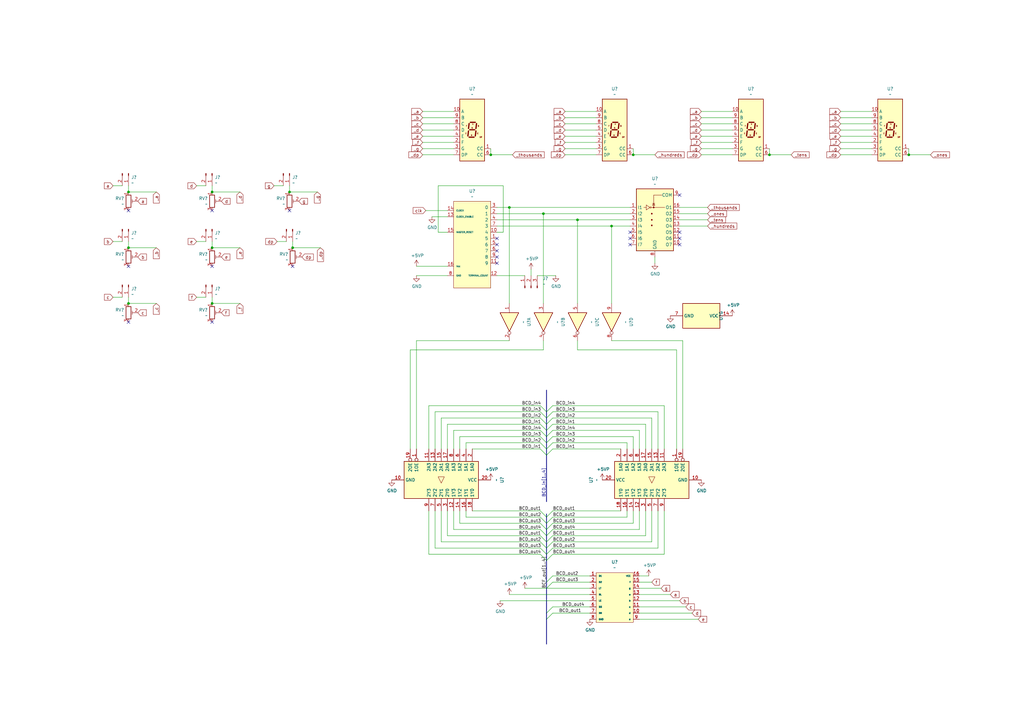
<source format=kicad_sch>
(kicad_sch (version 20211123) (generator eeschema)
  (paper "A3")
  (lib_symbols
    (symbol "7-segment-display-rescue:R_POT_TRIM-Device" (pin_names (offset 1.016) hide)
      (property "Reference" "RV" (at -4.445 0 90))
      (property "Value" "R_POT_TRIM-Device" (at -2.54 0 90))
      (symbol "R_POT_TRIM-Device_0_1"
        (polyline (pts (xy 1.524 0.762) (xy 1.524 -0.762)))
        (polyline (pts (xy 2.54 0) (xy 1.524 0)))
        (rectangle (start 1.016 2.54) (end -1.016 -2.54) (stroke (width 0.254)))
      )
      (symbol "R_POT_TRIM-Device_1_1"
        (pin passive line (at 0 3.81 270) (length 1.27) (name "1") (number "1"))
        (pin passive line (at 3.81 0 180) (length 1.27) (name "2") (number "2"))
        (pin passive line (at 0 -3.81 90) (length 1.27) (name "3") (number "3"))
      )
    )
    (symbol "74xx:74HC04"
      (property "Reference" "U" (at 0 1.27 0))
      (property "Value" "74HC04" (at 0 -1.27 0))
      (symbol "74HC04_1_0"
        (polyline (pts (xy -3.81 3.81) (xy -3.81 -3.81) (xy 3.81 0) (xy -3.81 3.81)) (stroke (width 0.254)) (fill (type background)))
        (pin input line (at -7.62 0 0) (length 3.81) (name "~") (number "1"))
        (pin output inverted (at 7.62 0 180) (length 3.81) (name "~") (number "2"))
      )
      (symbol "74HC04_2_0"
        (polyline (pts (xy -3.81 3.81) (xy -3.81 -3.81) (xy 3.81 0) (xy -3.81 3.81)) (stroke (width 0.254)) (fill (type background)))
        (pin input line (at -7.62 0 0) (length 3.81) (name "~") (number "3"))
        (pin output inverted (at 7.62 0 180) (length 3.81) (name "~") (number "4"))
      )
      (symbol "74HC04_3_0"
        (polyline (pts (xy -3.81 3.81) (xy -3.81 -3.81) (xy 3.81 0) (xy -3.81 3.81)) (stroke (width 0.254)) (fill (type background)))
        (pin input line (at -7.62 0 0) (length 3.81) (name "~") (number "5"))
        (pin output inverted (at 7.62 0 180) (length 3.81) (name "~") (number "6"))
      )
      (symbol "74HC04_4_0"
        (polyline (pts (xy -3.81 3.81) (xy -3.81 -3.81) (xy 3.81 0) (xy -3.81 3.81)) (stroke (width 0.254)) (fill (type background)))
        (pin output inverted (at 7.62 0 180) (length 3.81) (name "~") (number "8"))
        (pin input line (at -7.62 0 0) (length 3.81) (name "~") (number "9"))
      )
      (symbol "74HC04_5_0"
        (polyline (pts (xy -3.81 3.81) (xy -3.81 -3.81) (xy 3.81 0) (xy -3.81 3.81)) (stroke (width 0.254)) (fill (type background)))
        (pin output inverted (at 7.62 0 180) (length 3.81) (name "~") (number "10"))
        (pin input line (at -7.62 0 0) (length 3.81) (name "~") (number "11"))
      )
      (symbol "74HC04_6_0"
        (polyline (pts (xy -3.81 3.81) (xy -3.81 -3.81) (xy 3.81 0) (xy -3.81 3.81)) (stroke (width 0.254)) (fill (type background)))
        (pin output inverted (at 7.62 0 180) (length 3.81) (name "~") (number "12"))
        (pin input line (at -7.62 0 0) (length 3.81) (name "~") (number "13"))
      )
      (symbol "74HC04_7_0"
        (pin power_in line (at 0 12.7 270) (length 5.08) (name "VCC") (number "14"))
        (pin power_in line (at 0 -12.7 90) (length 5.08) (name "GND") (number "7"))
      )
      (symbol "74HC04_7_1"
        (rectangle (start -5.08 7.62) (end 5.08 -7.62) (stroke (width 0.254)) (fill (type background)))
      )
    )
    (symbol "74xx:74HCT244"
      (property "Reference" "U" (at -7.62 16.51 0))
      (property "Value" "74HCT244" (at -7.62 -16.51 0))
      (symbol "74HCT244_1_0"
        (polyline (pts (xy 1.27 0) (xy -1.27 1.27) (xy -1.27 -1.27) (xy 1.27 0)) (stroke (width 0.1524)))
        (pin input inverted (at -12.7 -10.16 0) (length 5.08) (name "1OE") (number "1"))
        (pin power_in line (at 0 -20.32 90) (length 5.08) (name "GND") (number "10"))
        (pin input line (at -12.7 -5.08 0) (length 5.08) (name "2A3") (number "11"))
        (pin tri_state line (at 12.7 5.08 180) (length 5.08) (name "1Y3") (number "12"))
        (pin input line (at -12.7 -2.54 0) (length 5.08) (name "2A2") (number "13"))
        (pin tri_state line (at 12.7 7.62 180) (length 5.08) (name "1Y2") (number "14"))
        (pin input line (at -12.7 0 0) (length 5.08) (name "2A1") (number "15"))
        (pin tri_state line (at 12.7 10.16 180) (length 5.08) (name "1Y1") (number "16"))
        (pin input line (at -12.7 2.54 0) (length 5.08) (name "2A0") (number "17"))
        (pin tri_state line (at 12.7 12.7 180) (length 5.08) (name "1Y0") (number "18"))
        (pin input inverted (at -12.7 -12.7 0) (length 5.08) (name "2OE") (number "19"))
        (pin input line (at -12.7 12.7 0) (length 5.08) (name "1A0") (number "2"))
        (pin power_in line (at 0 20.32 270) (length 5.08) (name "VCC") (number "20"))
        (pin tri_state line (at 12.7 2.54 180) (length 5.08) (name "2Y0") (number "3"))
        (pin input line (at -12.7 10.16 0) (length 5.08) (name "1A1") (number "4"))
        (pin tri_state line (at 12.7 0 180) (length 5.08) (name "2Y1") (number "5"))
        (pin input line (at -12.7 7.62 0) (length 5.08) (name "1A2") (number "6"))
        (pin tri_state line (at 12.7 -2.54 180) (length 5.08) (name "2Y2") (number "7"))
        (pin input line (at -12.7 5.08 0) (length 5.08) (name "1A3") (number "8"))
        (pin tri_state line (at 12.7 -5.08 180) (length 5.08) (name "2Y3") (number "9"))
      )
      (symbol "74HCT244_1_1"
        (rectangle (start -7.62 15.24) (end 7.62 -15.24) (stroke (width 0.254)) (fill (type background)))
      )
    )
    (symbol "Connector:Conn_01x02_Male" (pin_names (offset 1.016) hide)
      (property "Reference" "J" (at 0 2.54 0))
      (property "Value" "Conn_01x02_Male" (at 0 -5.08 0))
      (symbol "Conn_01x02_Male_1_1"
        (polyline (pts (xy 1.27 -2.54) (xy 0.8636 -2.54)) (stroke (width 0.1524)))
        (polyline (pts (xy 1.27 0) (xy 0.8636 0)) (stroke (width 0.1524)))
        (rectangle (start 0.8636 -2.413) (end 0 -2.667) (stroke (width 0.1524)) (fill (type outline)))
        (rectangle (start 0.8636 0.127) (end 0 -0.127) (stroke (width 0.1524)) (fill (type outline)))
        (pin passive line (at 5.08 0 180) (length 3.81) (name "Pin_1") (number "1"))
        (pin passive line (at 5.08 -2.54 180) (length 3.81) (name "Pin_2") (number "2"))
      )
    )
    (symbol "Connector:Conn_01x03_Male" (pin_names (offset 1.016) hide)
      (property "Reference" "J" (at 0 5.08 0))
      (property "Value" "Conn_01x03_Male" (at 0 -5.08 0))
      (symbol "Conn_01x03_Male_1_1"
        (polyline (pts (xy 1.27 -2.54) (xy 0.8636 -2.54)) (stroke (width 0.1524)))
        (polyline (pts (xy 1.27 0) (xy 0.8636 0)) (stroke (width 0.1524)))
        (polyline (pts (xy 1.27 2.54) (xy 0.8636 2.54)) (stroke (width 0.1524)))
        (rectangle (start 0.8636 -2.413) (end 0 -2.667) (stroke (width 0.1524)) (fill (type outline)))
        (rectangle (start 0.8636 0.127) (end 0 -0.127) (stroke (width 0.1524)) (fill (type outline)))
        (rectangle (start 0.8636 2.667) (end 0 2.413) (stroke (width 0.1524)) (fill (type outline)))
        (pin passive line (at 5.08 2.54 180) (length 3.81) (name "Pin_1") (number "1"))
        (pin passive line (at 5.08 0 180) (length 3.81) (name "Pin_2") (number "2"))
        (pin passive line (at 5.08 -2.54 180) (length 3.81) (name "Pin_3") (number "3"))
      )
    )
    (symbol "Display_Character:HDSP-7503"
      (property "Reference" "U" (at -3.81 13.97 0))
      (property "Value" "HDSP-7503" (at 6.35 13.97 0))
      (symbol "HDSP-7503_1_0"
        (text "A" (at 0.254 2.413 0) (effects (font (size 0.508 0.508))))
        (text "B" (at 2.54 1.651 0) (effects (font (size 0.508 0.508))))
        (text "C" (at 2.286 -1.397 0) (effects (font (size 0.508 0.508))))
        (text "D" (at -0.254 -2.159 0) (effects (font (size 0.508 0.508))))
        (text "DP" (at 3.556 -2.921 0) (effects (font (size 0.508 0.508))))
        (text "E" (at -2.54 -1.397 0) (effects (font (size 0.508 0.508))))
        (text "F" (at -2.286 1.651 0) (effects (font (size 0.508 0.508))))
        (text "G" (at 0 0.889 0) (effects (font (size 0.508 0.508))))
      )
      (symbol "HDSP-7503_1_1"
        (rectangle (start -5.08 12.7) (end 5.08 -12.7) (stroke (width 0.254)) (fill (type background)))
        (polyline (pts (xy -1.524 -0.381) (xy -1.778 -2.413)) (stroke (width 0.508)))
        (polyline (pts (xy -1.27 -2.921) (xy 0.762 -2.921)) (stroke (width 0.508)))
        (polyline (pts (xy -1.27 2.667) (xy -1.524 0.635)) (stroke (width 0.508)))
        (polyline (pts (xy -1.016 0.127) (xy 1.016 0.127)) (stroke (width 0.508)))
        (polyline (pts (xy -0.762 3.175) (xy 1.27 3.175)) (stroke (width 0.508)))
        (polyline (pts (xy 1.524 -0.381) (xy 1.27 -2.413)) (stroke (width 0.508)))
        (polyline (pts (xy 1.778 2.667) (xy 1.524 0.635)) (stroke (width 0.508)))
        (polyline (pts (xy 2.54 -2.921) (xy 2.54 -2.921)) (stroke (width 0.508)))
        (pin input line (at 7.62 -7.62 180) (length 2.54) (name "CC") (number "1"))
        (pin input line (at -7.62 7.62 0) (length 2.54) (name "A") (number "10"))
        (pin input line (at -7.62 -5.08 0) (length 2.54) (name "F") (number "2"))
        (pin input line (at -7.62 -7.62 0) (length 2.54) (name "G") (number "3"))
        (pin input line (at -7.62 -2.54 0) (length 2.54) (name "E") (number "4"))
        (pin input line (at -7.62 0 0) (length 2.54) (name "D") (number "5"))
        (pin input line (at 7.62 -10.16 180) (length 2.54) (name "CC") (number "6"))
        (pin input line (at -7.62 -10.16 0) (length 2.54) (name "DP") (number "7"))
        (pin input line (at -7.62 2.54 0) (length 2.54) (name "C") (number "8"))
        (pin input line (at -7.62 5.08 0) (length 2.54) (name "B") (number "9"))
      )
    )
    (symbol "Transistor_Array:ULN2003"
      (property "Reference" "U" (at 0 15.875 0))
      (property "Value" "ULN2003" (at 0 13.97 0))
      (symbol "ULN2003_0_1"
        (rectangle (start -7.62 -12.7) (end 7.62 12.7) (stroke (width 0.254)) (fill (type background)))
        (circle (center -1.778 5.08) (radius 0.254))
        (circle (center -1.27 -2.286) (radius 0.254) (fill (type outline)))
        (circle (center -1.27 0) (radius 0.254) (fill (type outline)))
        (circle (center -1.27 2.54) (radius 0.254) (fill (type outline)))
        (circle (center -0.508 5.08) (radius 0.254) (fill (type outline)))
        (polyline (pts (xy -4.572 5.08) (xy -3.556 5.08)))
        (polyline (pts (xy -1.524 5.08) (xy 4.064 5.08)))
        (polyline (pts (xy 0 6.731) (xy -1.016 6.731)))
        (polyline (pts (xy -0.508 5.08) (xy -0.508 10.16) (xy 2.921 10.16)))
        (polyline (pts (xy -3.556 6.096) (xy -3.556 4.064) (xy -2.032 5.08) (xy -3.556 6.096)))
        (polyline (pts (xy 0 5.969) (xy -1.016 5.969) (xy -0.508 6.731) (xy 0 5.969)))
      )
      (symbol "ULN2003_1_1"
        (pin input line (at -10.16 5.08 0) (length 2.54) (name "I1") (number "1"))
        (pin open_collector line (at 10.16 -10.16 180) (length 2.54) (name "O7") (number "10"))
        (pin open_collector line (at 10.16 -7.62 180) (length 2.54) (name "O6") (number "11"))
        (pin open_collector line (at 10.16 -5.08 180) (length 2.54) (name "O5") (number "12"))
        (pin open_collector line (at 10.16 -2.54 180) (length 2.54) (name "O4") (number "13"))
        (pin open_collector line (at 10.16 0 180) (length 2.54) (name "O3") (number "14"))
        (pin open_collector line (at 10.16 2.54 180) (length 2.54) (name "O2") (number "15"))
        (pin open_collector line (at 10.16 5.08 180) (length 2.54) (name "O1") (number "16"))
        (pin input line (at -10.16 2.54 0) (length 2.54) (name "I2") (number "2"))
        (pin input line (at -10.16 0 0) (length 2.54) (name "I3") (number "3"))
        (pin input line (at -10.16 -2.54 0) (length 2.54) (name "I4") (number "4"))
        (pin input line (at -10.16 -5.08 0) (length 2.54) (name "I5") (number "5"))
        (pin input line (at -10.16 -7.62 0) (length 2.54) (name "I6") (number "6"))
        (pin input line (at -10.16 -10.16 0) (length 2.54) (name "I7") (number "7"))
        (pin power_in line (at 0 -15.24 90) (length 2.54) (name "GND") (number "8"))
        (pin passive line (at 10.16 10.16 180) (length 2.54) (name "COM") (number "9"))
      )
    )
    (symbol "knownParts:74HC4017E" (pin_names (offset 1.016))
      (property "Reference" "U" (at 0 -6.35 0))
      (property "Value" "74HC4017E" (at 0 13.97 0))
      (symbol "74HC4017E_0_1"
        (rectangle (start -7.62 10.16) (end 7.62 -25.4) (fill (type background)))
      )
      (symbol "74HC4017E_1_1"
        (pin output line (at 10.16 -5.08 180) (length 2.54) (name "5") (number "1"))
        (pin output line (at 10.16 -2.54 180) (length 2.54) (name "4") (number "10"))
        (pin output line (at 10.16 -15.24 180) (length 2.54) (name "9") (number "11"))
        (pin output line (at 10.16 -20.32 180) (length 2.54) (name "TERMINAL_COUNT") (number "12"))
        (pin input line (at -10.16 3.81 0) (length 2.54) (name "CLOCK_ENABLE") (number "13"))
        (pin input line (at -10.16 6.35 0) (length 2.54) (name "CLOCK") (number "14"))
        (pin input line (at -10.16 -2.54 0) (length 2.54) (name "MASTER_RESET") (number "15"))
        (pin power_in line (at -10.16 -16.51 0) (length 2.54) (name "Vcc") (number "16"))
        (pin output line (at 10.16 5.08 180) (length 2.54) (name "1") (number "2"))
        (pin output line (at 10.16 7.62 180) (length 2.54) (name "0") (number "3"))
        (pin output line (at 10.16 2.54 180) (length 2.54) (name "2") (number "4"))
        (pin output line (at 10.16 -7.62 180) (length 2.54) (name "6") (number "5"))
        (pin output line (at 10.16 -10.16 180) (length 2.54) (name "7") (number "6"))
        (pin output line (at 10.16 0 180) (length 2.54) (name "3") (number "7"))
        (pin power_in line (at -10.16 -20.32 0) (length 2.54) (name "GND") (number "8"))
        (pin output line (at 10.16 -12.7 180) (length 2.54) (name "8") (number "9"))
      )
    )
    (symbol "knownParts:74HC4511E" (pin_names (offset 1.016))
      (property "Reference" "U" (at 0 -1.27 0))
      (property "Value" "74HC4511E" (at 0 12.7 0))
      (symbol "74HC4511E_0_1"
        (rectangle (start -7.62 10.16) (end 7.62 -10.16) (fill (type background)))
      )
      (symbol "74HC4511E_1_1"
        (pin input line (at -10.16 8.89 0) (length 2.54) (name "D1") (number "1"))
        (pin output line (at 10.16 -6.35 180) (length 2.54) (name "d") (number "10"))
        (pin output line (at 10.16 -3.81 180) (length 2.54) (name "c") (number "11"))
        (pin output line (at 10.16 -1.27 180) (length 2.54) (name "b") (number "12"))
        (pin output line (at 10.16 1.27 180) (length 2.54) (name "a") (number "13"))
        (pin output line (at 10.16 3.81 180) (length 2.54) (name "g") (number "14"))
        (pin output line (at 10.16 6.35 180) (length 2.54) (name "f") (number "15"))
        (pin power_in line (at 10.16 8.89 180) (length 2.54) (name "VCC") (number "16"))
        (pin input line (at -10.16 6.35 0) (length 2.54) (name "D2") (number "2"))
        (pin input line (at -10.16 3.81 0) (length 2.54) (name "LT") (number "3"))
        (pin input line (at -10.16 1.27 0) (length 2.54) (name "BL") (number "4"))
        (pin input line (at -10.16 -1.27 0) (length 2.54) (name "LE") (number "5"))
        (pin input line (at -10.16 -3.81 0) (length 2.54) (name "D3") (number "6"))
        (pin input line (at -10.16 -6.35 0) (length 2.54) (name "D0") (number "7"))
        (pin power_in line (at -10.16 -8.89 0) (length 2.54) (name "GND") (number "8"))
        (pin output line (at 10.16 -8.89 180) (length 2.54) (name "e") (number "9"))
      )
    )
    (symbol "power:+5VP" (power) (pin_names (offset 0))
      (property "Value" "+5VP" (at 0 3.556 0))
      (symbol "+5VP_0_1"
        (polyline (pts (xy -0.762 1.27) (xy 0 2.54)))
        (polyline (pts (xy 0 0) (xy 0 2.54)))
        (polyline (pts (xy 0 2.54) (xy 0.762 1.27)))
      )
      (symbol "+5VP_1_1"
        (pin power_in line (at 0 0 90) (length 0) hide (name "+5VP") (number "1"))
      )
    )
    (symbol "power:GND" (power) (pin_names (offset 0))
      (property "Value" "GND" (at 0 -3.81 0))
      (symbol "GND_0_1"
        (polyline (pts (xy 0 0) (xy 0 -1.27) (xy 1.27 -1.27) (xy 0 -2.54) (xy -1.27 -1.27) (xy 0 -1.27)))
      )
      (symbol "GND_1_1"
        (pin power_in line (at 0 0 270) (length 0) hide (name "GND") (number "1"))
      )
    )
  )
  (junction (at 222.885 87.63))
  (junction (at 86.995 124.46))
  (junction (at 201.295 63.5))
  (junction (at 120.015 101.6))
  (junction (at 315.595 63.5))
  (junction (at 236.855 90.17))
  (junction (at 372.745 63.5))
  (junction (at 52.705 78.74))
  (junction (at 86.995 101.6))
  (junction (at 52.705 124.46))
  (junction (at 250.825 92.71))
  (junction (at 118.745 78.74))
  (junction (at 208.915 85.09))
  (junction (at 52.705 101.6))
  (junction (at 86.995 78.74))
  (junction (at 259.715 63.5))
  (no_connect (at 52.705 86.36))
  (no_connect (at 203.835 102.87))
  (no_connect (at 258.445 95.25))
  (no_connect (at 278.765 95.25))
  (no_connect (at 52.705 109.22))
  (no_connect (at 118.745 86.36))
  (no_connect (at 258.445 97.79))
  (no_connect (at 120.015 109.22))
  (no_connect (at 52.705 132.08))
  (no_connect (at 203.835 100.33))
  (no_connect (at 278.765 97.79))
  (no_connect (at 278.765 80.01))
  (no_connect (at 258.445 100.33))
  (no_connect (at 203.835 105.41))
  (no_connect (at 203.835 97.79))
  (no_connect (at 86.995 132.08))
  (no_connect (at 278.765 100.33))
  (no_connect (at 86.995 109.22))
  (no_connect (at 86.995 86.36))
  (no_connect (at 203.835 107.95))
  (bus_entry (at 226.695 179.07) (size -2.54 2.54))
  (bus_entry (at 226.695 173.99) (size -2.54 2.54))
  (bus_entry (at 221.615 219.71) (size 2.54 2.54))
  (bus_entry (at 226.695 176.53) (size -2.54 2.54))
  (bus_entry (at 221.615 212.09) (size 2.54 2.54))
  (bus_entry (at 221.615 181.61) (size 2.54 2.54))
  (bus_entry (at 226.695 171.45) (size -2.54 2.54))
  (bus_entry (at 221.615 166.37) (size 2.54 2.54))
  (bus_entry (at 221.615 209.55) (size 2.54 2.54))
  (bus_entry (at 226.695 224.79) (size -2.54 2.54))
  (bus_entry (at 226.695 248.92) (size -2.54 2.54))
  (bus_entry (at 226.695 219.71) (size -2.54 2.54))
  (bus_entry (at 221.615 184.15) (size 2.54 2.54))
  (bus_entry (at 226.695 168.91) (size -2.54 2.54))
  (bus_entry (at 221.615 176.53) (size 2.54 2.54))
  (bus_entry (at 226.695 222.25) (size -2.54 2.54))
  (bus_entry (at 221.615 173.99) (size 2.54 2.54))
  (bus_entry (at 221.615 179.07) (size 2.54 2.54))
  (bus_entry (at 226.695 166.37) (size -2.54 2.54))
  (bus_entry (at 226.695 184.15) (size -2.54 2.54))
  (bus_entry (at 226.695 238.76) (size -2.54 2.54))
  (bus_entry (at 221.615 227.33) (size 2.54 2.54))
  (bus_entry (at 221.615 217.17) (size 2.54 2.54))
  (bus_entry (at 226.695 251.46) (size -2.54 2.54))
  (bus_entry (at 226.695 209.55) (size -2.54 2.54))
  (bus_entry (at 226.695 212.09) (size -2.54 2.54))
  (bus_entry (at 226.695 236.22) (size -2.54 2.54))
  (bus_entry (at 221.615 214.63) (size 2.54 2.54))
  (bus_entry (at 221.615 224.79) (size 2.54 2.54))
  (bus_entry (at 226.695 214.63) (size -2.54 2.54))
  (bus_entry (at 221.615 168.91) (size 2.54 2.54))
  (bus_entry (at 226.695 217.17) (size -2.54 2.54))
  (bus_entry (at 226.695 181.61) (size -2.54 2.54))
  (bus_entry (at 221.615 222.25) (size 2.54 2.54))
  (bus_entry (at 221.615 171.45) (size 2.54 2.54))
  (bus_entry (at 226.695 227.33) (size -2.54 2.54))
  (wire (pts (xy 250.825 124.46) (xy 250.825 92.71)))
  (wire (pts (xy 120.015 101.6) (xy 120.015 99.06)))
  (wire (pts (xy 231.775 55.88) (xy 244.475 55.88)))
  (wire (pts (xy 52.705 101.6) (xy 52.705 99.06)))
  (wire (pts (xy 188.595 179.07) (xy 221.615 179.07)))
  (wire (pts (xy 290.195 87.63) (xy 278.765 87.63)))
  (wire (pts (xy 177.165 88.9) (xy 183.515 88.9)))
  (wire (pts (xy 315.595 60.96) (xy 315.595 63.5)))
  (wire (pts (xy 344.805 55.88) (xy 357.505 55.88)))
  (wire (pts (xy 236.855 90.17) (xy 236.855 124.46)))
  (bus (pts (xy 224.155 241.3) (xy 224.155 251.46)))
  (wire (pts (xy 344.805 60.96) (xy 357.505 60.96)))
  (wire (pts (xy 188.595 209.55) (xy 188.595 214.63)))
  (wire (pts (xy 324.485 63.5) (xy 315.595 63.5)))
  (wire (pts (xy 344.805 53.34) (xy 357.505 53.34)))
  (wire (pts (xy 168.275 143.51) (xy 168.275 184.15)))
  (wire (pts (xy 231.775 53.34) (xy 244.475 53.34)))
  (wire (pts (xy 215.265 241.3) (xy 224.155 241.3)))
  (wire (pts (xy 277.495 143.51) (xy 277.495 184.15)))
  (wire (pts (xy 258.445 92.71) (xy 250.825 92.71)))
  (wire (pts (xy 278.765 90.17) (xy 290.195 90.17)))
  (wire (pts (xy 80.645 121.92) (xy 84.455 121.92)))
  (wire (pts (xy 287.655 60.96) (xy 300.355 60.96)))
  (wire (pts (xy 178.435 184.15) (xy 178.435 168.91)))
  (wire (pts (xy 259.715 60.96) (xy 259.715 63.5)))
  (wire (pts (xy 231.775 58.42) (xy 244.475 58.42)))
  (bus (pts (xy 224.155 160.02) (xy 224.155 168.91)))
  (wire (pts (xy 208.915 85.09) (xy 258.445 85.09)))
  (wire (pts (xy 168.275 143.51) (xy 222.885 143.51)))
  (wire (pts (xy 268.605 107.95) (xy 268.605 105.41)))
  (bus (pts (xy 224.155 219.71) (xy 224.155 222.25)))
  (bus (pts (xy 224.155 186.69) (xy 224.155 205.74)))
  (wire (pts (xy 290.195 92.71) (xy 278.765 92.71)))
  (wire (pts (xy 52.705 78.74) (xy 52.705 76.2)))
  (wire (pts (xy 259.715 209.55) (xy 259.715 214.63)))
  (wire (pts (xy 52.705 78.74) (xy 64.135 78.74)))
  (wire (pts (xy 52.705 101.6) (xy 64.135 101.6)))
  (wire (pts (xy 173.355 53.34) (xy 186.055 53.34)))
  (wire (pts (xy 170.815 109.22) (xy 183.515 109.22)))
  (wire (pts (xy 205.105 246.38) (xy 241.935 246.38)))
  (bus (pts (xy 224.155 176.53) (xy 224.155 179.07)))
  (wire (pts (xy 226.695 179.07) (xy 259.715 179.07)))
  (wire (pts (xy 175.895 227.33) (xy 221.615 227.33)))
  (wire (pts (xy 46.355 76.2) (xy 50.165 76.2)))
  (bus (pts (xy 224.155 184.15) (xy 224.155 186.69)))
  (bus (pts (xy 224.155 222.25) (xy 224.155 224.79)))
  (wire (pts (xy 186.055 217.17) (xy 221.615 217.17)))
  (wire (pts (xy 112.395 76.2) (xy 116.205 76.2)))
  (wire (pts (xy 52.705 124.46) (xy 64.135 124.46)))
  (wire (pts (xy 175.895 209.55) (xy 175.895 227.33)))
  (wire (pts (xy 286.385 254) (xy 262.255 254)))
  (wire (pts (xy 267.335 209.55) (xy 267.335 222.25)))
  (wire (pts (xy 86.995 124.46) (xy 98.425 124.46)))
  (wire (pts (xy 287.655 63.5) (xy 300.355 63.5)))
  (wire (pts (xy 186.055 184.15) (xy 186.055 176.53)))
  (bus (pts (xy 224.155 173.99) (xy 224.155 176.53)))
  (wire (pts (xy 222.885 124.46) (xy 222.885 87.63)))
  (wire (pts (xy 269.875 209.55) (xy 269.875 224.79)))
  (wire (pts (xy 173.355 48.26) (xy 186.055 48.26)))
  (wire (pts (xy 269.875 168.91) (xy 226.695 168.91)))
  (wire (pts (xy 264.795 173.99) (xy 226.695 173.99)))
  (wire (pts (xy 264.795 219.71) (xy 226.695 219.71)))
  (wire (pts (xy 231.775 60.96) (xy 244.475 60.96)))
  (wire (pts (xy 344.805 63.5) (xy 357.505 63.5)))
  (wire (pts (xy 269.875 224.79) (xy 226.695 224.79)))
  (wire (pts (xy 267.335 171.45) (xy 226.695 171.45)))
  (wire (pts (xy 287.655 58.42) (xy 300.355 58.42)))
  (wire (pts (xy 174.625 86.36) (xy 183.515 86.36)))
  (wire (pts (xy 257.175 212.09) (xy 226.695 212.09)))
  (wire (pts (xy 191.135 181.61) (xy 221.615 181.61)))
  (wire (pts (xy 208.915 85.09) (xy 208.915 124.46)))
  (wire (pts (xy 267.335 184.15) (xy 267.335 171.45)))
  (wire (pts (xy 241.935 236.22) (xy 226.695 236.22)))
  (wire (pts (xy 86.995 101.6) (xy 86.995 99.06)))
  (wire (pts (xy 250.825 139.7) (xy 280.035 139.7)))
  (wire (pts (xy 257.175 209.55) (xy 257.175 212.09)))
  (wire (pts (xy 186.055 209.55) (xy 186.055 217.17)))
  (wire (pts (xy 173.355 50.8) (xy 186.055 50.8)))
  (wire (pts (xy 203.835 113.03) (xy 215.265 113.03)))
  (wire (pts (xy 180.975 184.15) (xy 180.975 171.45)))
  (wire (pts (xy 267.335 222.25) (xy 226.695 222.25)))
  (wire (pts (xy 201.295 60.96) (xy 201.295 63.5)))
  (wire (pts (xy 52.705 124.46) (xy 52.705 121.92)))
  (wire (pts (xy 170.815 139.7) (xy 170.815 184.15)))
  (wire (pts (xy 179.705 76.2) (xy 206.375 76.2)))
  (wire (pts (xy 372.745 60.96) (xy 372.745 63.5)))
  (wire (pts (xy 226.695 214.63) (xy 259.715 214.63)))
  (wire (pts (xy 191.135 184.15) (xy 191.135 181.61)))
  (wire (pts (xy 241.935 251.46) (xy 226.695 251.46)))
  (wire (pts (xy 80.645 76.2) (xy 84.455 76.2)))
  (wire (pts (xy 206.375 95.25) (xy 203.835 95.25)))
  (wire (pts (xy 254.635 209.55) (xy 226.695 209.55)))
  (wire (pts (xy 173.355 45.72) (xy 186.055 45.72)))
  (wire (pts (xy 236.855 90.17) (xy 203.835 90.17)))
  (wire (pts (xy 262.255 209.55) (xy 262.255 217.17)))
  (wire (pts (xy 179.705 95.25) (xy 179.705 76.2)))
  (wire (pts (xy 258.445 90.17) (xy 236.855 90.17)))
  (wire (pts (xy 222.885 143.51) (xy 222.885 139.7)))
  (wire (pts (xy 175.895 166.37) (xy 221.615 166.37)))
  (wire (pts (xy 287.655 53.34) (xy 300.355 53.34)))
  (wire (pts (xy 231.775 45.72) (xy 244.475 45.72)))
  (wire (pts (xy 272.415 209.55) (xy 272.415 227.33)))
  (bus (pts (xy 224.155 254) (xy 224.155 264.16)))
  (wire (pts (xy 173.355 55.88) (xy 186.055 55.88)))
  (wire (pts (xy 178.435 209.55) (xy 178.435 224.79)))
  (wire (pts (xy 118.745 78.74) (xy 130.175 78.74)))
  (bus (pts (xy 224.155 224.79) (xy 224.155 227.33)))
  (bus (pts (xy 224.155 181.61) (xy 224.155 184.15)))
  (wire (pts (xy 188.595 214.63) (xy 221.615 214.63)))
  (wire (pts (xy 381.635 63.5) (xy 372.745 63.5)))
  (wire (pts (xy 231.775 48.26) (xy 244.475 48.26)))
  (wire (pts (xy 257.175 181.61) (xy 226.695 181.61)))
  (wire (pts (xy 183.515 173.99) (xy 221.615 173.99)))
  (wire (pts (xy 86.995 78.74) (xy 86.995 76.2)))
  (wire (pts (xy 183.515 184.15) (xy 183.515 173.99)))
  (wire (pts (xy 241.935 248.92) (xy 226.695 248.92)))
  (wire (pts (xy 86.995 101.6) (xy 98.425 101.6)))
  (wire (pts (xy 344.805 45.72) (xy 357.505 45.72)))
  (wire (pts (xy 186.055 176.53) (xy 221.615 176.53)))
  (wire (pts (xy 344.805 48.26) (xy 357.505 48.26)))
  (wire (pts (xy 173.355 58.42) (xy 186.055 58.42)))
  (bus (pts (xy 224.155 212.09) (xy 224.155 214.63)))
  (wire (pts (xy 287.655 48.26) (xy 300.355 48.26)))
  (wire (pts (xy 287.655 50.8) (xy 300.355 50.8)))
  (wire (pts (xy 220.345 113.03) (xy 227.965 113.03)))
  (wire (pts (xy 86.995 78.74) (xy 98.425 78.74)))
  (wire (pts (xy 191.135 212.09) (xy 221.615 212.09)))
  (bus (pts (xy 224.155 229.87) (xy 224.155 238.76)))
  (bus (pts (xy 224.155 251.46) (xy 224.155 254)))
  (wire (pts (xy 262.255 176.53) (xy 226.695 176.53)))
  (wire (pts (xy 173.355 60.96) (xy 186.055 60.96)))
  (wire (pts (xy 208.915 85.09) (xy 203.835 85.09)))
  (wire (pts (xy 262.255 217.17) (xy 226.695 217.17)))
  (wire (pts (xy 290.195 85.09) (xy 278.765 85.09)))
  (wire (pts (xy 46.355 121.92) (xy 50.165 121.92)))
  (wire (pts (xy 274.955 243.84) (xy 262.255 243.84)))
  (bus (pts (xy 224.155 179.07) (xy 224.155 181.61)))
  (wire (pts (xy 206.375 76.2) (xy 206.375 95.25)))
  (wire (pts (xy 193.675 209.55) (xy 221.615 209.55)))
  (wire (pts (xy 180.975 209.55) (xy 180.975 222.25)))
  (bus (pts (xy 224.155 214.63) (xy 224.155 217.17)))
  (wire (pts (xy 280.035 139.7) (xy 280.035 184.15)))
  (wire (pts (xy 175.895 184.15) (xy 175.895 166.37)))
  (wire (pts (xy 272.415 184.15) (xy 272.415 166.37)))
  (wire (pts (xy 287.655 45.72) (xy 300.355 45.72)))
  (wire (pts (xy 231.775 63.5) (xy 244.475 63.5)))
  (wire (pts (xy 178.435 224.79) (xy 221.615 224.79)))
  (bus (pts (xy 224.155 171.45) (xy 224.155 173.99)))
  (wire (pts (xy 224.155 241.3) (xy 241.935 241.3)))
  (wire (pts (xy 264.795 184.15) (xy 264.795 173.99)))
  (wire (pts (xy 183.515 95.25) (xy 179.705 95.25)))
  (wire (pts (xy 268.605 63.5) (xy 259.715 63.5)))
  (wire (pts (xy 344.805 50.8) (xy 357.505 50.8)))
  (wire (pts (xy 208.915 243.84) (xy 241.935 243.84)))
  (wire (pts (xy 180.975 171.45) (xy 221.615 171.45)))
  (wire (pts (xy 272.415 166.37) (xy 226.695 166.37)))
  (wire (pts (xy 254.635 184.15) (xy 226.695 184.15)))
  (wire (pts (xy 170.815 113.03) (xy 183.515 113.03)))
  (wire (pts (xy 236.855 143.51) (xy 277.495 143.51)))
  (wire (pts (xy 170.815 139.7) (xy 208.915 139.7)))
  (wire (pts (xy 80.645 99.06) (xy 84.455 99.06)))
  (wire (pts (xy 118.745 78.74) (xy 118.745 76.2)))
  (wire (pts (xy 250.825 92.71) (xy 203.835 92.71)))
  (wire (pts (xy 264.795 209.55) (xy 264.795 219.71)))
  (bus (pts (xy 224.155 217.17) (xy 224.155 219.71)))
  (wire (pts (xy 120.015 101.6) (xy 131.445 101.6)))
  (wire (pts (xy 266.065 236.22) (xy 262.255 236.22)))
  (wire (pts (xy 257.175 184.15) (xy 257.175 181.61)))
  (wire (pts (xy 287.655 55.88) (xy 300.355 55.88)))
  (wire (pts (xy 217.805 110.49) (xy 217.805 113.03)))
  (wire (pts (xy 344.805 58.42) (xy 357.505 58.42)))
  (wire (pts (xy 259.715 184.15) (xy 259.715 179.07)))
  (wire (pts (xy 267.335 238.76) (xy 262.255 238.76)))
  (wire (pts (xy 210.185 63.5) (xy 201.295 63.5)))
  (wire (pts (xy 193.675 184.15) (xy 221.615 184.15)))
  (wire (pts (xy 278.765 246.38) (xy 262.255 246.38)))
  (wire (pts (xy 180.975 222.25) (xy 221.615 222.25)))
  (wire (pts (xy 173.355 63.5) (xy 186.055 63.5)))
  (wire (pts (xy 271.145 241.3) (xy 262.255 241.3)))
  (wire (pts (xy 86.995 124.46) (xy 86.995 121.92)))
  (wire (pts (xy 183.515 209.55) (xy 183.515 219.71)))
  (wire (pts (xy 188.595 184.15) (xy 188.595 179.07)))
  (bus (pts (xy 224.155 210.82) (xy 224.155 212.09)))
  (bus (pts (xy 224.155 227.33) (xy 224.155 229.87)))
  (wire (pts (xy 236.855 139.7) (xy 236.855 143.51)))
  (wire (pts (xy 183.515 219.71) (xy 221.615 219.71)))
  (wire (pts (xy 46.355 99.06) (xy 50.165 99.06)))
  (wire (pts (xy 272.415 227.33) (xy 226.695 227.33)))
  (bus (pts (xy 224.155 238.76) (xy 224.155 241.3)))
  (wire (pts (xy 203.835 87.63) (xy 222.885 87.63)))
  (wire (pts (xy 283.845 251.46) (xy 262.255 251.46)))
  (wire (pts (xy 113.665 99.06) (xy 117.475 99.06)))
  (wire (pts (xy 191.135 209.55) (xy 191.135 212.09)))
  (bus (pts (xy 224.155 168.91) (xy 224.155 171.45)))
  (wire (pts (xy 222.885 87.63) (xy 258.445 87.63)))
  (wire (pts (xy 262.255 184.15) (xy 262.255 176.53)))
  (wire (pts (xy 231.775 50.8) (xy 244.475 50.8)))
  (wire (pts (xy 281.305 248.92) (xy 262.255 248.92)))
  (wire (pts (xy 241.935 238.76) (xy 226.695 238.76)))
  (wire (pts (xy 269.875 184.15) (xy 269.875 168.91)))
  (wire (pts (xy 178.435 168.91) (xy 221.615 168.91)))
  (label "BCD_in2" (at 213.995 171.45 0))
  (label "BCD_in4" (at 213.995 166.37 0))
  (label "BCD_out1" (at 212.725 209.55 0))
  (label "BCD_out2" (at 212.725 212.09 0))
  (label "BCD_in1" (at 213.995 173.99 0))
  (label "BCD_out3" (at 226.695 214.63 0))
  (label "BCD_out4" (at 212.725 227.33 0))
  (label "BCD_in4" (at 227.965 166.37 0))
  (label "BCD_out4" (at 226.695 217.17 0))
  (label "BCD_in2" (at 227.965 171.45 0))
  (label "BCD_in[1..4]" (at 224.155 191.77 270))
  (label "BCD_in3" (at 227.965 168.91 0))
  (label "BCD_out3" (at 226.695 224.79 0))
  (label "BCD_out4" (at 230.505 248.92 0))
  (label "BCD_out2" (at 226.695 222.25 0))
  (label "BCD_out2" (at 212.725 222.25 0))
  (label "BCD_out2" (at 226.695 212.09 0))
  (label "BCD_out1" (at 212.725 219.71 0))
  (label "BCD_out3" (at 212.725 214.63 0))
  (label "BCD_in2" (at 227.965 181.61 0))
  (label "BCD_in1" (at 213.995 184.15 0))
  (label "BCD_out1" (at 229.235 251.46 0))
  (label "BCD_out1" (at 226.695 209.55 0))
  (label "BCD_in3" (at 213.995 179.07 0))
  (label "BCD_in4" (at 227.965 176.53 0))
  (label "BCD_out1" (at 226.695 219.71 0))
  (label "BCD_in3" (at 227.965 179.07 0))
  (label "BCD_out4" (at 212.725 217.17 0))
  (label "BCD_in3" (at 213.995 168.91 0))
  (label "BCD_out3" (at 227.965 238.76 0))
  (label "BCD_in1" (at 227.965 184.15 0))
  (label "BCD_out2" (at 227.965 236.22 0))
  (label "BCD_out3" (at 212.725 224.79 0))
  (label "BCF_out[1..4]" (at 224.155 241.3 90))
  (label "BCD_in2" (at 213.995 181.61 0))
  (label "BCD_out4" (at 226.695 227.33 0))
  (label "BCD_in1" (at 227.965 173.99 0))
  (label "BCD_in4" (at 213.995 176.53 0))
  (global_label "_d" (shape input) (at 344.805 53.34 180) (property "Intersheet References" "${INTERSHEET_REFS}" (effects hide)))
  (global_label "_dp" (shape input) (at 344.805 63.5 180) (property "Intersheet References" "${INTERSHEET_REFS}" (effects hide)))
  (global_label "e" (shape input) (at 90.805 105.41 0) (property "Intersheet References" "${INTERSHEET_REFS}" (effects hide)))
  (global_label "d" (shape input) (at 80.645 76.2 180) (property "Intersheet References" "${INTERSHEET_REFS}" (effects hide)))
  (global_label "_f" (shape input) (at 287.655 58.42 180) (property "Intersheet References" "${INTERSHEET_REFS}" (effects hide)))
  (global_label "dp" (shape input) (at 123.825 105.41 0) (property "Intersheet References" "${INTERSHEET_REFS}" (effects hide)))
  (global_label "e" (shape input) (at 286.385 254 0) (property "Intersheet References" "${INTERSHEET_REFS}" (effects hide)))
  (global_label "_hundreds" (shape input) (at 268.605 63.5 0) (property "Intersheet References" "${INTERSHEET_REFS}" (effects hide)))
  (global_label "_d" (shape input) (at 173.355 53.34 180) (property "Intersheet References" "${INTERSHEET_REFS}" (effects hide)))
  (global_label "c" (shape input) (at 56.515 128.27 0) (property "Intersheet References" "${INTERSHEET_REFS}" (effects hide)))
  (global_label "_a" (shape input) (at 173.355 45.72 180) (property "Intersheet References" "${INTERSHEET_REFS}" (effects hide)))
  (global_label "dp" (shape input) (at 113.665 99.06 180) (property "Intersheet References" "${INTERSHEET_REFS}" (effects hide)))
  (global_label "_dp" (shape input) (at 173.355 63.5 180) (property "Intersheet References" "${INTERSHEET_REFS}" (effects hide)))
  (global_label "_b" (shape input) (at 173.355 48.26 180) (property "Intersheet References" "${INTERSHEET_REFS}" (effects hide)))
  (global_label "_a" (shape input) (at 344.805 45.72 180) (property "Intersheet References" "${INTERSHEET_REFS}" (effects hide)))
  (global_label "d" (shape input) (at 90.805 82.55 0) (property "Intersheet References" "${INTERSHEET_REFS}" (effects hide)))
  (global_label "_ones" (shape input) (at 381.635 63.5 0) (property "Intersheet References" "${INTERSHEET_REFS}" (effects hide)))
  (global_label "_g" (shape input) (at 173.355 60.96 180) (property "Intersheet References" "${INTERSHEET_REFS}" (effects hide)))
  (global_label "_f" (shape input) (at 231.775 58.42 180) (property "Intersheet References" "${INTERSHEET_REFS}" (effects hide)))
  (global_label "_d" (shape input) (at 287.655 53.34 180) (property "Intersheet References" "${INTERSHEET_REFS}" (effects hide)))
  (global_label "a" (shape input) (at 56.515 82.55 0) (property "Intersheet References" "${INTERSHEET_REFS}" (effects hide)))
  (global_label "_c" (shape input) (at 344.805 50.8 180) (property "Intersheet References" "${INTERSHEET_REFS}" (effects hide)))
  (global_label "a" (shape input) (at 274.955 243.84 0) (property "Intersheet References" "${INTERSHEET_REFS}" (effects hide)))
  (global_label "c" (shape input) (at 46.355 121.92 180) (property "Intersheet References" "${INTERSHEET_REFS}" (effects hide)))
  (global_label "g" (shape input) (at 271.145 241.3 0) (property "Intersheet References" "${INTERSHEET_REFS}" (effects hide)))
  (global_label "_a" (shape input) (at 287.655 45.72 180) (property "Intersheet References" "${INTERSHEET_REFS}" (effects hide)))
  (global_label "d" (shape input) (at 283.845 251.46 0) (property "Intersheet References" "${INTERSHEET_REFS}" (effects hide)))
  (global_label "_e" (shape input) (at 287.655 55.88 180) (property "Intersheet References" "${INTERSHEET_REFS}" (effects hide)))
  (global_label "f" (shape input) (at 267.335 238.76 0) (property "Intersheet References" "${INTERSHEET_REFS}" (effects hide)))
  (global_label "_a" (shape input) (at 231.775 45.72 180) (property "Intersheet References" "${INTERSHEET_REFS}" (effects hide)))
  (global_label "b" (shape input) (at 278.765 246.38 0) (property "Intersheet References" "${INTERSHEET_REFS}" (effects hide)))
  (global_label "f" (shape input) (at 90.805 128.27 0) (property "Intersheet References" "${INTERSHEET_REFS}" (effects hide)))
  (global_label "b" (shape input) (at 46.355 99.06 180) (property "Intersheet References" "${INTERSHEET_REFS}" (effects hide)))
  (global_label "_thousands" (shape input) (at 210.185 63.5 0) (property "Intersheet References" "${INTERSHEET_REFS}" (effects hide)))
  (global_label "a" (shape input) (at 46.355 76.2 180) (property "Intersheet References" "${INTERSHEET_REFS}" (effects hide)))
  (global_label "_f" (shape input) (at 344.805 58.42 180) (property "Intersheet References" "${INTERSHEET_REFS}" (effects hide)))
  (global_label "_c" (shape input) (at 173.355 50.8 180) (property "Intersheet References" "${INTERSHEET_REFS}" (effects hide)))
  (global_label "_b" (shape input) (at 344.805 48.26 180) (property "Intersheet References" "${INTERSHEET_REFS}" (effects hide)))
  (global_label "_hundreds" (shape input) (at 290.195 92.71 0) (property "Intersheet References" "${INTERSHEET_REFS}" (effects hide)))
  (global_label "c" (shape input) (at 281.305 248.92 0) (property "Intersheet References" "${INTERSHEET_REFS}" (effects hide)))
  (global_label "_dp" (shape input) (at 287.655 63.5 180) (property "Intersheet References" "${INTERSHEET_REFS}" (effects hide)))
  (global_label "_g" (shape input) (at 344.805 60.96 180) (property "Intersheet References" "${INTERSHEET_REFS}" (effects hide)))
  (global_label "_tens" (shape input) (at 290.195 90.17 0) (property "Intersheet References" "${INTERSHEET_REFS}" (effects hide)))
  (global_label "_b" (shape input) (at 64.135 101.6 270) (property "Intersheet References" "${INTERSHEET_REFS}" (effects hide)))
  (global_label "_f" (shape input) (at 173.355 58.42 180) (property "Intersheet References" "${INTERSHEET_REFS}" (effects hide)))
  (global_label "_b" (shape input) (at 231.775 48.26 180) (property "Intersheet References" "${INTERSHEET_REFS}" (effects hide)))
  (global_label "_dp" (shape input) (at 131.445 101.6 270) (property "Intersheet References" "${INTERSHEET_REFS}" (effects hide)))
  (global_label "_a" (shape input) (at 64.135 78.74 270) (property "Intersheet References" "${INTERSHEET_REFS}" (effects hide)))
  (global_label "_f" (shape input) (at 98.425 124.46 270) (property "Intersheet References" "${INTERSHEET_REFS}" (effects hide)))
  (global_label "b" (shape input) (at 56.515 105.41 0) (property "Intersheet References" "${INTERSHEET_REFS}" (effects hide)))
  (global_label "_dp" (shape input) (at 231.775 63.5 180) (property "Intersheet References" "${INTERSHEET_REFS}" (effects hide)))
  (global_label "g" (shape input) (at 122.555 82.55 0) (property "Intersheet References" "${INTERSHEET_REFS}" (effects hide)))
  (global_label "_e" (shape input) (at 173.355 55.88 180) (property "Intersheet References" "${INTERSHEET_REFS}" (effects hide)))
  (global_label "_c" (shape input) (at 287.655 50.8 180) (property "Intersheet References" "${INTERSHEET_REFS}" (effects hide)))
  (global_label "f" (shape input) (at 80.645 121.92 180) (property "Intersheet References" "${INTERSHEET_REFS}" (effects hide)))
  (global_label "_tens" (shape input) (at 324.485 63.5 0) (property "Intersheet References" "${INTERSHEET_REFS}" (effects hide)))
  (global_label "_g" (shape input) (at 287.655 60.96 180) (property "Intersheet References" "${INTERSHEET_REFS}" (effects hide)))
  (global_label "clk" (shape input) (at 174.625 86.36 180) (property "Intersheet References" "${INTERSHEET_REFS}" (effects hide)))
  (global_label "_g" (shape input) (at 231.775 60.96 180) (property "Intersheet References" "${INTERSHEET_REFS}" (effects hide)))
  (global_label "_d" (shape input) (at 98.425 78.74 270) (property "Intersheet References" "${INTERSHEET_REFS}" (effects hide)))
  (global_label "_thousands" (shape input) (at 290.195 85.09 0) (property "Intersheet References" "${INTERSHEET_REFS}" (effects hide)))
  (global_label "g" (shape input) (at 112.395 76.2 180) (property "Intersheet References" "${INTERSHEET_REFS}" (effects hide)))
  (global_label "_e" (shape input) (at 231.775 55.88 180) (property "Intersheet References" "${INTERSHEET_REFS}" (effects hide)))
  (global_label "_d" (shape input) (at 231.775 53.34 180) (property "Intersheet References" "${INTERSHEET_REFS}" (effects hide)))
  (global_label "_c" (shape input) (at 231.775 50.8 180) (property "Intersheet References" "${INTERSHEET_REFS}" (effects hide)))
  (global_label "_c" (shape input) (at 64.135 124.46 270) (property "Intersheet References" "${INTERSHEET_REFS}" (effects hide)))
  (global_label "_e" (shape input) (at 98.425 101.6 270) (property "Intersheet References" "${INTERSHEET_REFS}" (effects hide)))
  (global_label "e" (shape input) (at 80.645 99.06 180) (property "Intersheet References" "${INTERSHEET_REFS}" (effects hide)))
  (global_label "_e" (shape input) (at 344.805 55.88 180) (property "Intersheet References" "${INTERSHEET_REFS}" (effects hide)))
  (global_label "_g" (shape input) (at 130.175 78.74 270) (property "Intersheet References" "${INTERSHEET_REFS}" (effects hide)))
  (global_label "_b" (shape input) (at 287.655 48.26 180) (property "Intersheet References" "${INTERSHEET_REFS}" (effects hide)))
  (global_label "_ones" (shape input) (at 290.195 87.63 0) (property "Intersheet References" "${INTERSHEET_REFS}" (effects hide)))
  (symbol (lib_id "Connector:Conn_01x02_Male") (at 52.705 116.84 270) (unit 1)
    (property "Reference" "J?" (at 53.8226 118.4148 90) (effects (justify left)))
    (property "Value" "~" (at 53.8226 120.7262 90) (effects (justify left)))
  )
  (symbol (lib_id "power:GND") (at 205.105 246.38 0) (unit 1)
    (property "Reference" "#PWR?" (effects hide))
    (property "Value" "~" (at 205.232 250.7742 0))
  )
  (symbol (lib_id "power:+5VP") (at 266.065 236.22 0) (unit 1)
    (property "Reference" "#PWR?" (effects hide))
    (property "Value" "~" (at 266.446 231.8258 0))
  )
  (symbol (lib_id "74xx:74HC04") (at 222.885 132.08 270) (unit 2)
    (property "Reference" "U?" (at 230.9368 132.08 0))
    (property "Value" "~" (at 228.6254 132.08 0))
    (property "Datasheet" "https://assets.nexperia.com/documents/data-sheet/74HC_HCT04.pdf" (effects hide))
  )
  (symbol (lib_id "power:+5VP") (at 170.815 109.22 0) (unit 1)
    (property "Reference" "#PWR?" (effects hide))
    (property "Value" "~" (at 171.196 104.8258 0))
  )
  (symbol (lib_id "74xx:74HC04") (at 250.825 132.08 270) (unit 4)
    (property "Reference" "U?" (at 258.8768 132.08 0))
    (property "Value" "~" (at 256.5654 132.08 0))
    (property "Datasheet" "https://assets.nexperia.com/documents/data-sheet/74HC_HCT04.pdf" (effects hide))
  )
  (symbol (lib_id "74xx:74HC04") (at 287.655 129.54 270) (unit 7)
    (property "Reference" "U?" (at 295.7068 129.54 0))
    (property "Value" "~" (at 293.3954 129.54 0))
    (property "Datasheet" "https://assets.nexperia.com/documents/data-sheet/74HC_HCT04.pdf" (effects hide))
  )
  (symbol (lib_id "power:GND") (at 170.815 113.03 0) (unit 1)
    (property "Reference" "#PWR?" (effects hide))
    (property "Value" "~" (at 170.942 117.4242 0))
  )
  (symbol (lib_id "74xx:74HCT244") (at 180.975 196.85 270) (unit 1)
    (property "Reference" "U?" (at 205.8924 196.85 0))
    (property "Value" "~" (at 203.581 196.85 0))
    (property "Datasheet" "https://assets.nexperia.com/documents/data-sheet/74HC_HCT244.pdf" (effects hide))
  )
  (symbol (lib_id "power:GND") (at 177.165 88.9 0) (unit 1)
    (property "Reference" "#PWR?" (effects hide))
    (property "Value" "~" (at 177.292 93.2942 0))
  )
  (symbol (lib_id "7-segment-display-rescue:R_POT_TRIM-Device") (at 118.745 82.55 0) (unit 1)
    (property "Reference" "RV?" (at 116.967 81.3816 0) (effects (justify right)))
    (property "Value" "~" (at 116.967 83.693 0) (effects (justify right)))
  )
  (symbol (lib_id "knownParts:74HC4511E") (at 252.095 245.11 0) (unit 1)
    (property "Reference" "U?" (at 252.095 230.505 0))
    (property "Value" "~" (at 252.095 232.8164 0))
  )
  (symbol (lib_id "power:GND") (at 274.955 129.54 0) (unit 1)
    (property "Reference" "#PWR?" (effects hide))
    (property "Value" "~" (at 275.082 133.9342 0))
  )
  (symbol (lib_id "power:+5VP") (at 300.355 129.54 0) (unit 1)
    (property "Reference" "#PWR?" (effects hide))
    (property "Value" "~" (at 300.736 125.1458 0))
  )
  (symbol (lib_id "power:+5VP") (at 217.805 110.49 0) (unit 1)
    (property "Reference" "#PWR?" (effects hide))
    (property "Value" "~" (at 218.186 106.0958 0))
  )
  (symbol (lib_id "power:+5VP") (at 201.295 196.85 0) (unit 1)
    (property "Reference" "#PWR?" (effects hide))
    (property "Value" "~" (at 201.676 192.4558 0))
  )
  (symbol (lib_id "power:GND") (at 227.965 113.03 0) (unit 1)
    (property "Reference" "#PWR?" (effects hide))
    (property "Value" "~" (at 228.092 117.4242 0))
  )
  (symbol (lib_id "power:+5VP") (at 215.265 241.3 0) (unit 1)
    (property "Reference" "#PWR?" (effects hide))
    (property "Value" "~" (at 215.646 236.9058 0))
  )
  (symbol (lib_id "Transistor_Array:ULN2003") (at 268.605 90.17 0) (unit 1)
    (property "Reference" "U?" (at 268.605 73.2282 0))
    (property "Value" "~" (at 268.605 75.5396 0))
    (property "Datasheet" "http://www.ti.com/lit/ds/symlink/uln2003a.pdf" (effects hide))
  )
  (symbol (lib_id "power:GND") (at 268.605 107.95 0) (unit 1)
    (property "Reference" "#PWR?" (effects hide))
    (property "Value" "~" (at 268.732 112.3442 0))
  )
  (symbol (lib_id "7-segment-display-rescue:R_POT_TRIM-Device") (at 86.995 82.55 0) (unit 1)
    (property "Reference" "RV?" (at 85.217 81.3816 0) (effects (justify right)))
    (property "Value" "~" (at 85.217 83.693 0) (effects (justify right)))
  )
  (symbol (lib_id "Connector:Conn_01x02_Male") (at 86.995 93.98 270) (unit 1)
    (property "Reference" "J?" (at 88.1126 95.5548 90) (effects (justify left)))
    (property "Value" "~" (at 88.1126 97.8662 90) (effects (justify left)))
  )
  (symbol (lib_id "Display_Character:HDSP-7503") (at 252.095 53.34 0) (unit 1)
    (property "Reference" "U?" (at 252.095 36.3982 0))
    (property "Value" "~" (at 252.095 38.7096 0))
    (property "Datasheet" "https://docs.broadcom.com/docs/AV02-2553EN" (effects hide))
  )
  (symbol (lib_id "power:GND") (at 241.935 254 0) (unit 1)
    (property "Reference" "#PWR?" (effects hide))
    (property "Value" "~" (at 242.062 258.3942 0))
  )
  (symbol (lib_id "7-segment-display-rescue:R_POT_TRIM-Device") (at 52.705 128.27 0) (unit 1)
    (property "Reference" "RV?" (at 50.927 127.1016 0) (effects (justify right)))
    (property "Value" "~" (at 50.927 129.413 0) (effects (justify right)))
  )
  (symbol (lib_id "Connector:Conn_01x02_Male") (at 86.995 71.12 270) (unit 1)
    (property "Reference" "J?" (at 88.1126 72.6948 90) (effects (justify left)))
    (property "Value" "~" (at 88.1126 75.0062 90) (effects (justify left)))
  )
  (symbol (lib_id "knownParts:74HC4017E") (at 193.675 92.71 0) (unit 1)
    (property "Reference" "U?" (at 193.675 78.359 0))
    (property "Value" "~" (at 193.675 80.6704 0))
  )
  (symbol (lib_id "Connector:Conn_01x02_Male") (at 52.705 71.12 270) (unit 1)
    (property "Reference" "J?" (at 53.8226 72.6948 90) (effects (justify left)))
    (property "Value" "~" (at 53.8226 75.0062 90) (effects (justify left)))
  )
  (symbol (lib_id "74xx:74HC04") (at 208.915 132.08 270) (unit 1)
    (property "Reference" "U?" (at 216.9668 132.08 0))
    (property "Value" "~" (at 214.6554 132.08 0))
    (property "Datasheet" "https://assets.nexperia.com/documents/data-sheet/74HC_HCT04.pdf" (effects hide))
  )
  (symbol (lib_id "7-segment-display-rescue:R_POT_TRIM-Device") (at 52.705 82.55 0) (unit 1)
    (property "Reference" "RV?" (at 50.927 81.3816 0) (effects (justify right)))
    (property "Value" "~" (at 50.927 83.693 0) (effects (justify right)))
  )
  (symbol (lib_id "Connector:Conn_01x02_Male") (at 86.995 116.84 270) (unit 1)
    (property "Reference" "J?" (at 88.1126 118.4148 90) (effects (justify left)))
    (property "Value" "~" (at 88.1126 120.7262 90) (effects (justify left)))
  )
  (symbol (lib_id "Display_Character:HDSP-7503") (at 193.675 53.34 0) (unit 1)
    (property "Reference" "U?" (at 193.675 36.3982 0))
    (property "Value" "~" (at 193.675 38.7096 0))
    (property "Datasheet" "https://docs.broadcom.com/docs/AV02-2553EN" (effects hide))
  )
  (symbol (lib_id "7-segment-display-rescue:R_POT_TRIM-Device") (at 52.705 105.41 0) (unit 1)
    (property "Reference" "RV?" (at 50.927 104.2416 0) (effects (justify right)))
    (property "Value" "~" (at 50.927 106.553 0) (effects (justify right)))
  )
  (symbol (lib_id "power:+5VP") (at 208.915 243.84 0) (unit 1)
    (property "Reference" "#PWR?" (effects hide))
    (property "Value" "~" (at 209.296 239.4458 0))
  )
  (symbol (lib_id "74xx:74HC04") (at 236.855 132.08 270) (unit 3)
    (property "Reference" "U?" (at 244.9068 132.08 0))
    (property "Value" "~" (at 242.5954 132.08 0))
    (property "Datasheet" "https://assets.nexperia.com/documents/data-sheet/74HC_HCT04.pdf" (effects hide))
  )
  (symbol (lib_id "7-segment-display-rescue:R_POT_TRIM-Device") (at 120.015 105.41 0) (unit 1)
    (property "Reference" "RV?" (at 118.237 104.2416 0) (effects (justify right)))
    (property "Value" "~" (at 118.237 106.553 0) (effects (justify right)))
  )
  (symbol (lib_id "power:GND") (at 287.655 196.85 0) (unit 1)
    (property "Reference" "#PWR?" (effects hide))
    (property "Value" "~" (at 287.782 201.2442 0))
  )
  (symbol (lib_id "power:GND") (at 160.655 196.85 0) (unit 1)
    (property "Reference" "#PWR?" (effects hide))
    (property "Value" "~" (at 160.782 201.2442 0))
  )
  (symbol (lib_id "7-segment-display-rescue:R_POT_TRIM-Device") (at 86.995 105.41 0) (unit 1)
    (property "Reference" "RV?" (at 85.217 104.2416 0) (effects (justify right)))
    (property "Value" "~" (at 85.217 106.553 0) (effects (justify right)))
  )
  (symbol (lib_id "Connector:Conn_01x02_Male") (at 118.745 71.12 270) (unit 1)
    (property "Reference" "J?" (at 119.8626 72.6948 90) (effects (justify left)))
    (property "Value" "~" (at 119.8626 75.0062 90) (effects (justify left)))
  )
  (symbol (lib_id "Connector:Conn_01x03_Male") (at 217.805 118.11 90) (unit 1)
    (property "Reference" "J?" (at 222.5802 114.1984 90) (effects (justify right)))
    (property "Value" "~" (at 222.5802 116.5098 90) (effects (justify right)))
  )
  (symbol (lib_id "Display_Character:HDSP-7503") (at 365.125 53.34 0) (unit 1)
    (property "Reference" "U?" (at 365.125 36.3982 0))
    (property "Value" "~" (at 365.125 38.7096 0))
    (property "Datasheet" "https://docs.broadcom.com/docs/AV02-2553EN" (effects hide))
  )
  (symbol (lib_id "7-segment-display-rescue:R_POT_TRIM-Device") (at 86.995 128.27 0) (unit 1)
    (property "Reference" "RV?" (at 85.217 127.1016 0) (effects (justify right)))
    (property "Value" "~" (at 85.217 129.413 0) (effects (justify right)))
  )
  (symbol (lib_id "74xx:74HCT244") (at 267.335 196.85 90) (mirror x) (unit 1)
    (property "Reference" "U?" (at 242.4176 196.85 0))
    (property "Value" "~" (at 244.729 196.85 0))
    (property "Datasheet" "https://assets.nexperia.com/documents/data-sheet/74HC_HCT244.pdf" (effects hide))
  )
  (symbol (lib_id "Connector:Conn_01x02_Male") (at 52.705 93.98 270) (unit 1)
    (property "Reference" "J?" (at 53.8226 95.5548 90) (effects (justify left)))
    (property "Value" "~" (at 53.8226 97.8662 90) (effects (justify left)))
  )
  (symbol (lib_id "Display_Character:HDSP-7503") (at 307.975 53.34 0) (unit 1)
    (property "Reference" "U?" (at 307.975 36.3982 0))
    (property "Value" "~" (at 307.975 38.7096 0))
    (property "Datasheet" "https://docs.broadcom.com/docs/AV02-2553EN" (effects hide))
  )
  (symbol (lib_id "power:+5VP") (at 247.015 196.85 0) (unit 1)
    (property "Reference" "#PWR?" (effects hide))
    (property "Value" "~" (at 247.396 192.4558 0))
  )
  (symbol (lib_id "Connector:Conn_01x02_Male") (at 120.015 93.98 270) (unit 1)
    (property "Reference" "J?" (at 121.1326 95.5548 90) (effects (justify left)))
    (property "Value" "~" (at 121.1326 97.8662 90) (effects (justify left)))
  )
)
</source>
